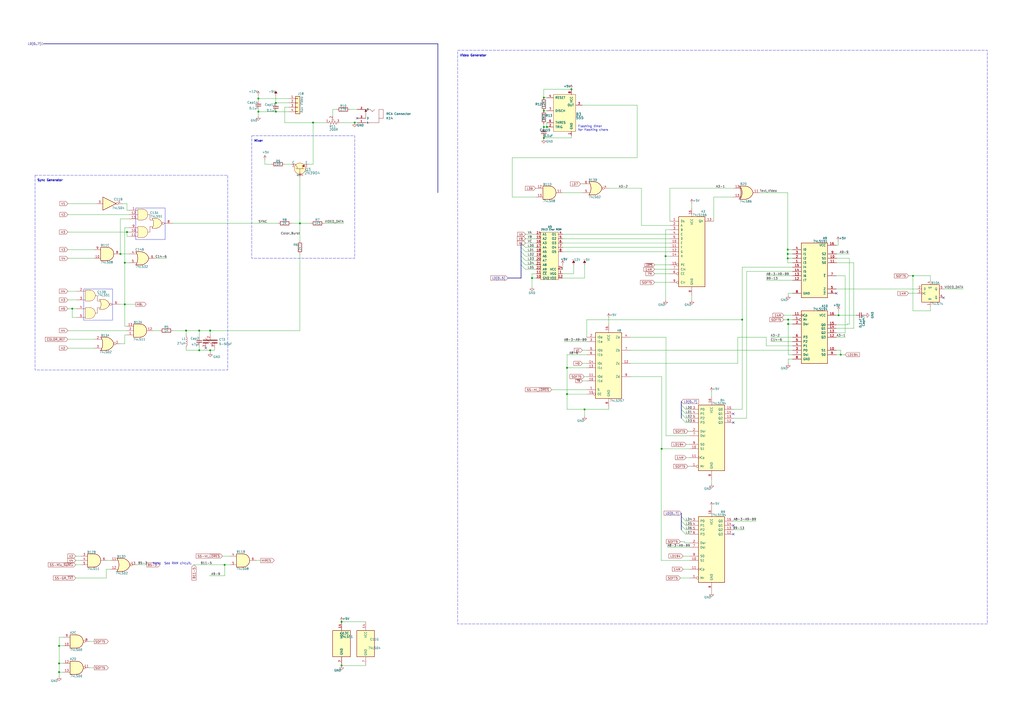
<source format=kicad_sch>
(kicad_sch (version 20230121) (generator eeschema)
  (paper "A2")
  (title_block (title "Apple II Schematic") (rev "0") (comment 1 "Captured from the Apple II Reference Manual (1979)"))
  (junction (at 486.41 182.88))
  (junction (at 115.57 203.2))
  (junction (at 315.468 73.66))
  (junction (at 115.57 191.77))
  (junction (at 457.2 185.42))
  (junction (at 149.86 57.15))
  (junction (at 173.99 129.54))
  (junction (at 121.92 203.2))
  (junction (at 430.53 185.42))
  (junction (at 69.85 147.32))
  (junction (at 315.468 80.01))
  (junction (at 205.74 71.12))
  (junction (at 328.93 213.36))
  (junction (at 34.29 384.81))
  (junction (at 529.59 160.02))
  (junction (at 456.946 144.78))
  (junction (at 149.86 64.77))
  (junction (at 456.946 147.32))
  (junction (at 339.09 237.49))
  (junction (at 181.61 71.12))
  (junction (at 308.61 161.29))
  (junction (at 457.2 187.96))
  (junction (at 198.12 386.08))
  (junction (at 41.91 179.07))
  (junction (at 73.66 134.62))
  (junction (at 107.95 191.77))
  (junction (at 198.12 360.68))
  (junction (at 315.468 56.642))
  (junction (at 34.29 389.89))
  (junction (at 160.02 64.77))
  (junction (at 72.39 152.4))
  (junction (at 317.246 73.66))
  (junction (at 331.47 51.816))
  (junction (at 160.02 59.69))
  (junction (at 34.29 374.65))
  (junction (at 386.08 148.59))
  (junction (at 383.794 260.35))
  (junction (at 315.468 64.262))
  (junction (at 456.946 149.86))
  (junction (at 72.39 176.53))
  (junction (at 487.68 205.74))
  (junction (at 328.93 228.6))
  (junction (at 130.302 327.66))
  (junction (at 121.92 191.77))
  (no_connect (at 425.45 245.11))
  (no_connect (at 207.137 68.58))
  (no_connect (at 425.45 309.88))
  (no_connect (at 425.45 304.8))
  (no_connect (at 119.38 201.93))
  (no_connect (at 425.45 240.03))
  (no_connect (at 485.14 170.18))
  (no_connect (at 547.37 172.72))
  (bus_entry (at 302.26 140.97) (size 2.54 2.54))
  (bus_entry (at 395.224 304.8) (size 2.54 2.54))
  (bus_entry (at 395.224 237.49) (size 2.54 2.54))
  (bus_entry (at 395.224 240.03) (size 2.54 2.54))
  (bus_entry (at 302.26 148.59) (size 2.54 2.54))
  (bus_entry (at 395.224 299.72) (size 2.54 2.54))
  (bus_entry (at 395.224 307.34) (size 2.54 2.54))
  (bus_entry (at 302.26 143.51) (size 2.54 2.54))
  (bus_entry (at 395.224 242.57) (size 2.54 2.54))
  (bus_entry (at 395.224 234.95) (size 2.54 2.54))
  (bus_entry (at 302.26 153.67) (size 2.54 2.54))
  (bus_entry (at 302.26 146.05) (size 2.54 2.54))
  (bus_entry (at 302.26 151.13) (size 2.54 2.54))
  (bus_entry (at 395.224 302.26) (size 2.54 2.54))
  (wire (pts (xy 485.14 203.2) (xy 487.68 203.2)))
  (wire (pts (xy 326.39 138.43) (xy 388.62 138.43)))
  (wire (pts (xy 73.66 134.62) (xy 74.93 134.62)))
  (wire (pts (xy 107.95 201.93) (xy 107.95 203.2)))
  (wire (pts (xy 173.99 129.54) (xy 173.99 139.7)))
  (wire (pts (xy 124.46 201.93) (xy 124.46 203.2)))
  (wire (pts (xy 456.946 144.78) (xy 456.946 147.32)))
  (bus (pts (xy 395.224 234.95) (xy 395.224 237.49)))
  (wire (pts (xy 486.41 182.88) (xy 485.14 182.88)))
  (bus (pts (xy 302.26 146.05) (xy 302.26 148.59)))
  (wire (pts (xy 181.61 71.12) (xy 181.61 95.25)))
  (wire (pts (xy 36.83 369.57) (xy 34.29 369.57)))
  (wire (pts (xy 487.68 205.74) (xy 485.14 205.74)))
  (wire (pts (xy 115.57 200.66) (xy 115.57 203.2)))
  (wire (pts (xy 297.18 91.44) (xy 297.18 114.3)))
  (polyline (pts (xy 95.758 138.938) (xy 95.758 120.65)))
  (wire (pts (xy 326.39 146.05) (xy 388.62 146.05)))
  (wire (pts (xy 558.8 167.64) (xy 547.37 167.64)))
  (wire (pts (xy 386.08 133.35) (xy 388.62 133.35)))
  (wire (pts (xy 304.8 138.43) (xy 311.15 138.43)))
  (wire (pts (xy 372.11 130.81) (xy 388.62 130.81)))
  (wire (pts (xy 485.14 142.24) (xy 486.156 142.24)))
  (wire (pts (xy 396.24 330.2) (xy 400.05 330.2)))
  (wire (pts (xy 353.06 109.22) (xy 372.11 109.22)))
  (wire (pts (xy 41.91 184.15) (xy 44.45 184.15)))
  (wire (pts (xy 401.32 173.99) (xy 401.32 171.45)))
  (wire (pts (xy 61.722 335.28) (xy 61.722 330.2)))
  (wire (pts (xy 179.07 95.25) (xy 181.61 95.25)))
  (wire (pts (xy 39.37 168.91) (xy 44.45 168.91)))
  (wire (pts (xy 397.764 242.57) (xy 400.05 242.57)))
  (wire (pts (xy 398.018 265.43) (xy 400.05 265.43)))
  (wire (pts (xy 485.394 147.32) (xy 492.76 147.32)))
  (wire (pts (xy 36.83 374.65) (xy 34.29 374.65)))
  (wire (pts (xy 41.91 179.07) (xy 41.91 184.15)))
  (wire (pts (xy 433.07 242.57) (xy 433.07 157.48)))
  (wire (pts (xy 430.53 154.94) (xy 430.53 185.42)))
  (wire (pts (xy 457.2 205.74) (xy 459.74 205.74)))
  (wire (pts (xy 115.57 203.2) (xy 121.92 203.2)))
  (wire (pts (xy 425.45 242.57) (xy 433.07 242.57)))
  (wire (pts (xy 438.658 302.26) (xy 425.45 302.26)))
  (wire (pts (xy 36.83 389.89) (xy 34.29 389.89)))
  (wire (pts (xy 149.86 64.77) (xy 160.02 64.77)))
  (wire (pts (xy 456.946 152.4) (xy 459.74 152.4)))
  (wire (pts (xy 173.99 191.77) (xy 121.92 191.77)))
  (wire (pts (xy 315.468 79.502) (xy 315.468 80.01)))
  (wire (pts (xy 399.034 270.51) (xy 400.05 270.51)))
  (wire (pts (xy 304.8 148.59) (xy 311.15 148.59)))
  (wire (pts (xy 456.946 144.78) (xy 459.74 144.78)))
  (wire (pts (xy 304.8 151.13) (xy 311.15 151.13)))
  (wire (pts (xy 39.37 149.86) (xy 54.61 149.86)))
  (wire (pts (xy 107.95 191.77) (xy 115.57 191.77)))
  (wire (pts (xy 121.412 334.01) (xy 130.302 334.01)))
  (wire (pts (xy 414.02 114.3) (xy 414.02 128.27)))
  (wire (pts (xy 337.82 60.96) (xy 369.57 60.96)))
  (wire (pts (xy 34.29 384.81) (xy 34.29 389.89)))
  (wire (pts (xy 457.2 208.28) (xy 459.74 208.28)))
  (wire (pts (xy 149.86 57.15) (xy 167.64 57.15)))
  (wire (pts (xy 394.716 314.198) (xy 397.256 314.198)))
  (wire (pts (xy 149.86 55.372) (xy 149.86 57.15)))
  (wire (pts (xy 397.764 307.34) (xy 400.05 307.34)))
  (wire (pts (xy 444.5 200.66) (xy 459.74 200.66)))
  (wire (pts (xy 308.61 158.75) (xy 308.61 161.29)))
  (wire (pts (xy 396.24 322.58) (xy 400.05 322.58)))
  (wire (pts (xy 317.246 71.12) (xy 317.246 73.66)))
  (wire (pts (xy 454.66 185.42) (xy 457.2 185.42)))
  (wire (pts (xy 69.85 127) (xy 74.93 127)))
  (polyline (pts (xy 48.768 167.64) (xy 65.278 167.64)))
  (wire (pts (xy 337.82 210.82) (xy 340.36 210.82)))
  (wire (pts (xy 379.73 156.21) (xy 388.62 156.21)))
  (wire (pts (xy 425.45 307.34) (xy 431.8 307.34)))
  (wire (pts (xy 401.32 118.11) (xy 401.32 120.65)))
  (bus (pts (xy 302.26 153.67) (xy 302.26 161.29)))
  (wire (pts (xy 388.62 109.22) (xy 425.45 109.22)))
  (wire (pts (xy 167.64 62.23) (xy 165.1 62.23)))
  (wire (pts (xy 72.39 176.53) (xy 72.39 189.23)))
  (bus (pts (xy 254 25.4) (xy 254 111.76)))
  (wire (pts (xy 340.36 185.42) (xy 430.53 185.42)))
  (wire (pts (xy 165.1 95.25) (xy 168.91 95.25)))
  (wire (pts (xy 310.642 109.22) (xy 311.15 109.22)))
  (wire (pts (xy 457.2 171.196) (xy 457.2 170.18)))
  (wire (pts (xy 328.93 205.74) (xy 340.36 205.74)))
  (wire (pts (xy 311.15 158.75) (xy 308.61 158.75)))
  (wire (pts (xy 115.57 191.77) (xy 121.92 191.77)))
  (wire (pts (xy 327.152 198.12) (xy 340.36 198.12)))
  (wire (pts (xy 388.62 128.27) (xy 388.62 109.22)))
  (wire (pts (xy 181.61 71.12) (xy 189.23 71.12)))
  (wire (pts (xy 379.73 153.67) (xy 388.62 153.67)))
  (bus (pts (xy 395.224 299.72) (xy 395.224 302.26)))
  (wire (pts (xy 326.39 153.67) (xy 326.39 156.21)))
  (wire (pts (xy 529.59 180.34) (xy 529.59 160.02)))
  (wire (pts (xy 398.018 257.81) (xy 400.05 257.81)))
  (wire (pts (xy 456.946 144.78) (xy 456.946 111.76)))
  (wire (pts (xy 383.794 260.35) (xy 383.54 260.35)))
  (wire (pts (xy 62.23 325.12) (xy 64.008 325.12)))
  (wire (pts (xy 457.2 187.96) (xy 457.2 205.74)))
  (wire (pts (xy 72.39 194.31) (xy 73.66 194.31)))
  (polyline (pts (xy 95.758 120.65) (xy 78.74 120.65)))
  (bus (pts (xy 395.224 232.918) (xy 395.224 234.95)))
  (wire (pts (xy 386.08 148.59) (xy 386.08 173.99)))
  (wire (pts (xy 331.47 51.816) (xy 331.47 52.324)))
  (wire (pts (xy 369.57 60.96) (xy 369.57 91.44)))
  (wire (pts (xy 454.66 182.88) (xy 459.74 182.88)))
  (wire (pts (xy 328.93 228.6) (xy 328.93 237.49)))
  (wire (pts (xy 459.74 147.32) (xy 456.946 147.32)))
  (wire (pts (xy 433.07 157.48) (xy 459.74 157.48)))
  (wire (pts (xy 337.82 220.98) (xy 340.36 220.98)))
  (wire (pts (xy 539.75 160.02) (xy 539.75 162.56)))
  (wire (pts (xy 304.8 143.51) (xy 311.15 143.51)))
  (wire (pts (xy 485.394 152.4) (xy 495.3 152.4)))
  (wire (pts (xy 187.96 129.54) (xy 199.39 129.54)))
  (wire (pts (xy 153.67 92.71) (xy 153.67 95.25)))
  (wire (pts (xy 444.5 160.02) (xy 459.74 160.02)))
  (wire (pts (xy 328.93 228.6) (xy 340.36 228.6)))
  (wire (pts (xy 160.02 55.372) (xy 160.02 59.69)))
  (wire (pts (xy 457.2 185.42) (xy 457.2 187.96)))
  (wire (pts (xy 69.85 127) (xy 69.85 147.32)))
  (wire (pts (xy 456.946 149.86) (xy 459.74 149.86)))
  (wire (pts (xy 430.53 237.49) (xy 425.45 237.49)))
  (wire (pts (xy 326.39 111.76) (xy 337.82 111.76)))
  (wire (pts (xy 539.75 177.8) (xy 539.75 180.34)))
  (wire (pts (xy 383.794 218.44) (xy 383.794 260.35)))
  (wire (pts (xy 173.99 102.87) (xy 173.99 129.54)))
  (wire (pts (xy 69.85 176.53) (xy 72.39 176.53)))
  (wire (pts (xy 160.02 64.77) (xy 167.64 64.77)))
  (wire (pts (xy 34.29 369.57) (xy 34.29 374.65)))
  (wire (pts (xy 444.5 162.56) (xy 459.74 162.56)))
  (wire (pts (xy 100.33 129.54) (xy 161.29 129.54)))
  (bus (pts (xy 25.4 25.4) (xy 254 25.4)))
  (bus (pts (xy 395.224 297.688) (xy 395.224 299.72)))
  (wire (pts (xy 490.22 160.02) (xy 490.22 193.04)))
  (polyline (pts (xy 78.74 120.65) (xy 78.74 138.938)))
  (wire (pts (xy 61.722 330.2) (xy 64.008 330.2)))
  (wire (pts (xy 457.2 187.96) (xy 459.74 187.96)))
  (bus (pts (xy 395.224 302.26) (xy 395.224 304.8)))
  (wire (pts (xy 328.93 213.36) (xy 328.93 228.6)))
  (wire (pts (xy 160.02 59.69) (xy 167.64 59.69)))
  (wire (pts (xy 153.67 95.25) (xy 157.48 95.25)))
  (wire (pts (xy 490.22 193.04) (xy 485.14 193.04)))
  (wire (pts (xy 205.74 71.12) (xy 207.137 71.12)))
  (wire (pts (xy 121.92 203.2) (xy 121.92 204.47)))
  (wire (pts (xy 539.75 180.34) (xy 529.59 180.34)))
  (wire (pts (xy 386.334 195.58) (xy 386.334 252.73)))
  (wire (pts (xy 485.14 167.64) (xy 532.13 167.64)))
  (wire (pts (xy 149.86 64.77) (xy 149.86 67.31)))
  (wire (pts (xy 457.2 185.42) (xy 459.74 185.42)))
  (wire (pts (xy 195.326 63.5) (xy 193.04 63.5)))
  (wire (pts (xy 308.61 161.29) (xy 311.15 161.29)))
  (wire (pts (xy 386.334 252.73) (xy 400.05 252.73)))
  (wire (pts (xy 383.54 260.35) (xy 383.54 325.12)))
  (wire (pts (xy 71.12 118.11) (xy 73.66 118.11)))
  (wire (pts (xy 72.39 189.23) (xy 73.66 189.23)))
  (wire (pts (xy 73.66 121.92) (xy 74.93 121.92)))
  (wire (pts (xy 365.76 210.82) (xy 427.99 210.82)))
  (wire (pts (xy 397.764 304.8) (xy 400.05 304.8)))
  (wire (pts (xy 353.06 184.404) (xy 353.06 187.96)))
  (wire (pts (xy 43.942 325.12) (xy 46.99 325.12)))
  (polyline (pts (xy 48.514 185.674) (xy 48.514 167.64)))
  (wire (pts (xy 69.85 147.32) (xy 74.93 147.32)))
  (wire (pts (xy 39.37 191.77) (xy 73.66 191.77)))
  (wire (pts (xy 412.75 278.13) (xy 412.75 280.67)))
  (wire (pts (xy 72.39 132.08) (xy 72.39 152.4)))
  (wire (pts (xy 340.36 195.58) (xy 340.36 185.42)))
  (wire (pts (xy 490.474 195.58) (xy 485.14 195.58)))
  (wire (pts (xy 369.57 91.44) (xy 297.18 91.44)))
  (wire (pts (xy 397.256 314.96) (xy 400.05 314.96)))
  (wire (pts (xy 338.836 218.44) (xy 340.36 218.44)))
  (bus (pts (xy 302.26 148.59) (xy 302.26 151.13)))
  (wire (pts (xy 72.39 199.39) (xy 72.39 194.31)))
  (wire (pts (xy 486.41 180.34) (xy 486.41 182.88)))
  (wire (pts (xy 440.69 111.76) (xy 456.946 111.76)))
  (wire (pts (xy 308.61 161.29) (xy 308.61 166.37)))
  (wire (pts (xy 328.93 237.49) (xy 339.09 237.49)))
  (wire (pts (xy 447.04 198.12) (xy 459.74 198.12)))
  (wire (pts (xy 491.49 187.96) (xy 491.49 188.468)))
  (wire (pts (xy 107.95 191.77) (xy 107.95 194.31)))
  (wire (pts (xy 427.99 210.82) (xy 427.99 195.58)))
  (wire (pts (xy 386.08 148.59) (xy 388.62 148.59)))
  (wire (pts (xy 115.57 191.77) (xy 115.57 195.58)))
  (wire (pts (xy 400.05 325.12) (xy 383.54 325.12)))
  (wire (pts (xy 379.73 163.83) (xy 388.62 163.83)))
  (wire (pts (xy 90.17 149.86) (xy 96.774 149.86)))
  (wire (pts (xy 492.76 187.96) (xy 491.49 187.96)))
  (wire (pts (xy 372.11 109.22) (xy 372.11 130.81)))
  (wire (pts (xy 315.468 73.66) (xy 315.468 71.882)))
  (wire (pts (xy 400.05 260.35) (xy 383.794 260.35)))
  (wire (pts (xy 332.74 158.75) (xy 332.74 153.67)))
  (bus (pts (xy 294.64 161.29) (xy 302.26 161.29)))
  (wire (pts (xy 54.61 372.11) (xy 52.07 372.11)))
  (wire (pts (xy 397.764 309.88) (xy 400.05 309.88)))
  (wire (pts (xy 527.05 160.02) (xy 529.59 160.02)))
  (wire (pts (xy 527.05 170.18) (xy 532.13 170.18)))
  (wire (pts (xy 304.8 153.67) (xy 311.15 153.67)))
  (wire (pts (xy 165.1 62.23) (xy 165.1 71.12)))
  (wire (pts (xy 317.246 73.66) (xy 315.468 73.66)))
  (wire (pts (xy 39.37 144.78) (xy 54.61 144.78)))
  (wire (pts (xy 430.53 154.94) (xy 459.74 154.94)))
  (wire (pts (xy 397.764 237.49) (xy 400.05 237.49)))
  (wire (pts (xy 39.37 124.46) (xy 74.93 124.46)))
  (wire (pts (xy 430.53 185.42) (xy 430.53 237.49)))
  (wire (pts (xy 73.66 134.62) (xy 73.66 137.16)))
  (wire (pts (xy 339.09 161.29) (xy 339.09 153.67)))
  (wire (pts (xy 328.93 205.74) (xy 328.93 213.36)))
  (wire (pts (xy 69.85 199.39) (xy 72.39 199.39)))
  (wire (pts (xy 412.75 227.33) (xy 412.75 229.87)))
  (wire (pts (xy 427.99 195.58) (xy 444.5 195.58)))
  (wire (pts (xy 414.02 114.3) (xy 425.45 114.3)))
  (polyline (pts (xy 78.74 138.938) (xy 95.758 138.938)))
  (wire (pts (xy 149.86 63.5) (xy 149.86 64.77)))
  (wire (pts (xy 365.76 218.44) (xy 383.794 218.44)))
  (wire (pts (xy 353.06 237.49) (xy 353.06 236.22)))
  (wire (pts (xy 43.942 335.28) (xy 61.722 335.28)))
  (wire (pts (xy 397.764 240.03) (xy 400.05 240.03)))
  (wire (pts (xy 72.39 176.53) (xy 78.74 176.53)))
  (bus (pts (xy 395.224 237.49) (xy 395.224 240.03)))
  (wire (pts (xy 39.37 196.85) (xy 54.61 196.85)))
  (wire (pts (xy 79.248 327.66) (xy 85.09 327.66)))
  (wire (pts (xy 336.804 106.68) (xy 337.82 106.68)))
  (wire (pts (xy 444.5 195.58) (xy 444.5 200.66)))
  (wire (pts (xy 72.39 132.08) (xy 74.93 132.08)))
  (wire (pts (xy 315.468 56.642) (xy 317.246 56.642)))
  (wire (pts (xy 202.946 63.5) (xy 207.137 63.5)))
  (wire (pts (xy 315.468 74.422) (xy 315.468 73.66)))
  (wire (pts (xy 43.942 327.66) (xy 46.99 327.66)))
  (wire (pts (xy 304.8 135.89) (xy 311.15 135.89)))
  (wire (pts (xy 129.032 322.58) (xy 133.35 322.58)))
  (wire (pts (xy 34.29 374.65) (xy 34.29 384.81)))
  (wire (pts (xy 457.2 210.82) (xy 457.2 208.28)))
  (wire (pts (xy 149.86 57.15) (xy 149.86 58.42)))
  (wire (pts (xy 331.47 80.01) (xy 331.47 78.74)))
  (wire (pts (xy 486.41 182.88) (xy 496.57 182.88)))
  (wire (pts (xy 43.942 322.58) (xy 46.99 322.58)))
  (bus (pts (xy 302.26 151.13) (xy 302.26 153.67)))
  (wire (pts (xy 304.8 146.05) (xy 311.15 146.05)))
  (wire (pts (xy 326.39 158.75) (xy 332.74 158.75)))
  (wire (pts (xy 39.37 173.99) (xy 44.45 173.99)))
  (wire (pts (xy 34.29 389.89) (xy 34.29 392.43)))
  (wire (pts (xy 456.946 149.86) (xy 456.946 152.4)))
  (wire (pts (xy 124.46 203.2) (xy 121.92 203.2)))
  (wire (pts (xy 196.85 71.12) (xy 205.74 71.12)))
  (wire (pts (xy 457.2 170.18) (xy 459.74 170.18)))
  (wire (pts (xy 168.91 129.54) (xy 173.99 129.54)))
  (wire (pts (xy 485.14 160.02) (xy 490.22 160.02)))
  (wire (pts (xy 379.73 158.75) (xy 388.62 158.75)))
  (wire (pts (xy 72.39 152.4) (xy 72.39 176.53)))
  (wire (pts (xy 41.91 179.07) (xy 44.45 179.07)))
  (wire (pts (xy 112.522 327.66) (xy 130.302 327.66)))
  (wire (pts (xy 304.8 156.21) (xy 311.15 156.21)))
  (wire (pts (xy 193.04 63.5) (xy 193.04 67.31)))
  (wire (pts (xy 487.68 203.2) (xy 487.68 205.74)))
  (wire (pts (xy 397.764 302.26) (xy 400.05 302.26)))
  (wire (pts (xy 365.76 203.2) (xy 459.74 203.2)))
  (wire (pts (xy 492.76 149.86) (xy 492.76 187.96)))
  (wire (pts (xy 397.256 314.198) (xy 397.256 314.96)))
  (wire (pts (xy 173.99 129.54) (xy 180.34 129.54)))
  (polyline (pts (xy 65.278 185.674) (xy 48.514 185.674)))
  (wire (pts (xy 328.93 213.36) (xy 340.36 213.36)))
  (wire (pts (xy 198.12 360.68) (xy 212.09 360.68)))
  (wire (pts (xy 39.37 179.07) (xy 41.91 179.07)))
  (wire (pts (xy 412.75 343.662) (xy 412.75 342.9)))
  (wire (pts (xy 88.9 191.77) (xy 92.71 191.77)))
  (wire (pts (xy 447.04 195.58) (xy 459.74 195.58)))
  (wire (pts (xy 529.59 160.02) (xy 539.75 160.02)))
  (wire (pts (xy 315.468 80.01) (xy 331.47 80.01)))
  (wire (pts (xy 495.3 152.4) (xy 495.3 190.5)))
  (wire (pts (xy 337.82 203.2) (xy 340.36 203.2)))
  (wire (pts (xy 39.37 118.11) (xy 55.88 118.11)))
  (wire (pts (xy 320.04 226.06) (xy 340.36 226.06)))
  (wire (pts (xy 490.22 205.74) (xy 487.68 205.74)))
  (wire (pts (xy 485.394 149.86) (xy 492.76 149.86)))
  (wire (pts (xy 72.39 152.4) (xy 74.93 152.4)))
  (wire (pts (xy 365.76 195.58) (xy 386.334 195.58)))
  (bus (pts (xy 302.26 143.51) (xy 302.26 146.05)))
  (wire (pts (xy 386.08 148.59) (xy 386.08 133.35)))
  (wire (pts (xy 198.12 386.08) (xy 212.09 386.08)))
  (wire (pts (xy 130.302 327.66) (xy 130.302 334.01)))
  (wire (pts (xy 73.66 118.11) (xy 73.66 121.92)))
  (wire (pts (xy 36.83 384.81) (xy 34.29 384.81)))
  (wire (pts (xy 315.468 51.816) (xy 315.468 56.642)))
  (bus (pts (xy 395.224 240.03) (xy 395.224 242.57)))
  (wire (pts (xy 173.99 147.32) (xy 173.99 191.77)))
  (wire (pts (xy 456.946 147.32) (xy 456.946 149.86)))
  (wire (pts (xy 326.39 135.89) (xy 388.62 135.89)))
  (wire (pts (xy 165.1 71.12) (xy 181.61 71.12)))
  (wire (pts (xy 315.468 64.262) (xy 317.246 64.262)))
  (wire (pts (xy 39.37 201.93) (xy 54.61 201.93)))
  (bus (pts (xy 302.26 140.97) (xy 302.26 143.51)))
  (wire (pts (xy 397.764 245.11) (xy 400.05 245.11)))
  (wire (pts (xy 486.156 142.24) (xy 486.156 139.954)))
  (wire (pts (xy 339.09 237.49) (xy 339.09 241.3)))
  (wire (pts (xy 399.034 250.19) (xy 400.05 250.19)))
  (wire (pts (xy 412.75 293.878) (xy 412.75 294.64)))
  (wire (pts (xy 100.33 191.77) (xy 107.95 191.77)))
  (wire (pts (xy 491.49 188.468) (xy 485.14 188.468)))
  (wire (pts (xy 130.302 327.66) (xy 133.35 327.66)))
  (wire (pts (xy 326.39 161.29) (xy 339.09 161.29)))
  (wire (pts (xy 387.096 317.5) (xy 400.05 317.5)))
  (wire (pts (xy 339.09 237.49) (xy 353.06 237.49)))
  (wire (pts (xy 315.468 80.01) (xy 315.468 80.518)))
  (wire (pts (xy 54.61 387.35) (xy 52.07 387.35)))
  (wire (pts (xy 326.39 140.97) (xy 388.62 140.97)))
  (polyline (pts (xy 65.278 167.64) (xy 65.278 185.674)))
  (wire (pts (xy 39.37 134.62) (xy 73.66 134.62)))
  (wire (pts (xy 315.468 51.816) (xy 331.47 51.816)))
  (wire (pts (xy 151.13 325.12) (xy 148.59 325.12)))
  (wire (pts (xy 394.716 335.28) (xy 400.05 335.28)))
  (wire (pts (xy 297.18 114.3) (xy 311.15 114.3)))
  (wire (pts (xy 74.93 137.16) (xy 73.66 137.16)))
  (wire (pts (xy 107.95 203.2) (xy 115.57 203.2)))
  (wire (pts (xy 485.14 190.5) (xy 495.3 190.5)))
  (wire (pts (xy 121.92 194.31) (xy 121.92 191.77)))
  (wire (pts (xy 304.8 140.97) (xy 311.15 140.97)))
  (wire (pts (xy 326.39 143.51) (xy 388.62 143.51)))
  (bus (pts (xy 395.224 304.8) (xy 395.224 307.34)))
  (rectangle (start 20.32 101.6) (end 132.08 214.63) (stroke (width 0) (type dash)))
  (rectangle (start 146.05 78.74) (end 205.74 149.86) (stroke (width 0) (type dash)))
  (rectangle (start 265.43 29.21) (end 572.77 361.95) (stroke (width 0) (type dash)))
  (text "Flashing timer\nfor flashing chars" (at 335.28 76.2 0) (effects (font (size 1.27 1.27)) (justify left bottom)))
  (text "Note:  See RAM circuit." (at 88.392 327.66 0) (effects (font (size 1.27 1.27)) (justify left bottom)))
  (text "Sync Generator" (at 21.59 105.41 0) (effects (font (size 1.27 1.27) bold) (justify left bottom)))
  (text "Mixer" (at 147.32 82.55 0) (effects (font (size 1.27 1.27) bold) (justify left bottom)))
  (text "Video Generator" (at 266.7 33.02 0) (effects (font (size 1.27 1.27) bold) (justify left bottom)))
  (label "LD0" (at 397.764 237.49 0))
  (label "LD6" (at 397.764 307.34 0))
  (label "B9-13" (at 444.5 162.56 0))
  (label "A8-3-A9-B9" (at 387.096 317.5 0))
  (label "A3-1" (at 415.29 109.22 0))
  (label "A8-3-A9-B9" (at 444.5 160.02 0))
  (label "Color_Burst" (at 173.99 136.398 180))
  (label "A8-3-A9-B9" (at 438.658 302.26 180))
  (label "VB" (at 306.07 138.43 0))
  (label "VC" (at 306.07 140.97 0))
  (label "LD1" (at 397.764 240.03 0))
  (label "B9-13" (at 431.8 307.34 180))
  (label "LD4" (at 306.07 153.67 0))
  (label "LD5" (at 306.07 156.21 0))
  (label "LD1" (at 306.07 146.05 0))
  (label "LD4" (at 397.764 302.26 0))
  (label "A3-2" (at 447.04 195.58 0))
  (label "B11-5" (at 116.332 327.66 0))
  (label "A9-9" (at 492.252 147.32 180))
  (label "VIDEO_DATA" (at 199.39 129.54 180))
  (label "A8-6" (at 330.2 205.74 0))
  (label "LD2" (at 306.07 148.59 0))
  (label "Text_Video" (at 440.69 111.76 0))
  (label "A8-3-A9-B9" (at 327.152 198.12 0))
  (label "A9-9" (at 127.762 334.01 180))
  (label "A3-1" (at 490.474 195.58 180))
  (label "C14-6" (at 96.774 149.86 180))
  (label "C14-6" (at 447.04 198.12 0))
  (label "LD3" (at 397.764 245.11 0))
  (label "A3-2" (at 358.902 109.22 0))
  (label "VA" (at 306.07 135.89 0))
  (label "LD2" (at 397.764 242.57 0))
  (label "SYNC" (at 149.86 129.54 0))
  (label "LD0" (at 306.07 143.51 0))
  (label "LD3" (at 306.07 151.13 0))
  (label "LD5" (at 397.764 304.8 0))
  (label "B5-3" (at 80.01 327.66 0))
  (label "LD7" (at 397.764 309.88 0))
  (label "VIDEO_DATA" (at 558.8 167.64 180))
  (global_label "H3" (shape input) (at 39.37 173.99 180) (property "Intersheetrefs" "${INTERSHEET_REFS}" (effects hide)))
  (global_label "14M" (shape input) (at 379.73 156.21 180) (property "Intersheetrefs" "${INTERSHEET_REFS}" (effects hide)))
  (global_label "V4" (shape input) (at 39.37 149.86 180) (property "Intersheetrefs" "${INTERSHEET_REFS}" (effects hide)))
  (global_label "B5-3" (shape output) (at 85.09 327.66 0) (property "Intersheetrefs" "${INTERSHEET_REFS}" (effects hide)))
  (global_label "LD194" (shape input) (at 490.22 205.74 0) (property "Intersheetrefs" "${INTERSHEET_REFS}" (effects hide)))
  (global_label "B11-5" (shape input) (at 112.522 327.66 270) (property "Intersheetrefs" "${INTERSHEET_REFS}" (effects hide)))
  (global_label "SOFT5" (shape input) (at 338.836 218.44 180) (property "Intersheetrefs" "${INTERSHEET_REFS}" (effects hide)))
  (global_label "SS-HI_~{LORES}" (shape input) (at 129.032 322.58 180) (property "Intersheetrefs" "${INTERSHEET_REFS}" (effects hide)))
  (global_label "LD[0..5]" (shape input) (at 294.64 161.29 180) (property "Intersheetrefs" "${INTERSHEET_REFS}" (effects hide)))
  (global_label "7M" (shape input) (at 379.73 158.75 180) (property "Intersheetrefs" "${INTERSHEET_REFS}" (effects hide)))
  (global_label "14M" (shape input) (at 527.05 170.18 180) (property "Intersheetrefs" "${INTERSHEET_REFS}" (effects hide)))
  (global_label "SOFT5" (shape input) (at 394.716 314.198 180) (property "Intersheetrefs" "${INTERSHEET_REFS}" (effects hide)))
  (global_label "VC" (shape input) (at 337.82 203.2 180) (property "Intersheetrefs" "${INTERSHEET_REFS}" (effects hide)))
  (global_label "SS-Mix_~{NoMix}" (shape input) (at 43.942 327.66 180) (property "Intersheetrefs" "${INTERSHEET_REFS}" (effects hide)))
  (global_label "H2" (shape input) (at 39.37 201.93 180) (property "Intersheetrefs" "${INTERSHEET_REFS}" (effects hide)))
  (global_label "14M" (shape input) (at 454.66 182.88 180) (property "Intersheetrefs" "${INTERSHEET_REFS}" (effects hide)))
  (global_label "14M" (shape input) (at 396.24 330.2 180) (property "Intersheetrefs" "${INTERSHEET_REFS}" (effects hide)))
  (global_label "H5" (shape input) (at 39.37 179.07 180) (property "Intersheetrefs" "${INTERSHEET_REFS}" (effects hide)))
  (global_label "V3" (shape input) (at 39.37 144.78 180) (property "Intersheetrefs" "${INTERSHEET_REFS}" (effects hide)))
  (global_label "VB" (shape input) (at 304.8227 138.43 180) (property "Intersheetrefs" "${INTERSHEET_REFS}" (effects hide)))
  (global_label "HIRES" (shape output) (at 151.13 325.12 0) (property "Intersheetrefs" "${INTERSHEET_REFS}" (effects hide)))
  (global_label "SS-GR_~{TXT}" (shape input) (at 43.942 335.28 180) (property "Intersheetrefs" "${INTERSHEET_REFS}" (effects hide)))
  (global_label "LD194" (shape input) (at 398.018 257.81 180) (property "Intersheetrefs" "${INTERSHEET_REFS}" (effects hide)))
  (global_label "V2" (shape input) (at 39.37 124.46 180) (property "Intersheetrefs" "${INTERSHEET_REFS}" (effects hide)))
  (global_label "COLOR_REF" (shape input) (at 39.37 196.85 180) (property "Intersheetrefs" "${INTERSHEET_REFS}" (effects hide)))
  (global_label "H4" (shape input) (at 39.37 168.91 180) (property "Intersheetrefs" "${INTERSHEET_REFS}" (effects hide)))
  (global_label "V1" (shape input) (at 39.37 118.11 180) (property "Intersheetrefs" "${INTERSHEET_REFS}" (effects hide)))
  (global_label "SOFT5" (shape input) (at 379.73 163.83 180) (property "Intersheetrefs" "${INTERSHEET_REFS}" (effects hide)))
  (global_label "VA" (shape input) (at 304.8227 135.89 180) (property "Intersheetrefs" "${INTERSHEET_REFS}" (effects hide)))
  (global_label "V2" (shape input) (at 43.942 322.58 180) (property "Intersheetrefs" "${INTERSHEET_REFS}" (effects hide)))
  (global_label "SOFT5" (shape input) (at 394.716 335.28 180) (property "Intersheetrefs" "${INTERSHEET_REFS}" (effects hide)))
  (global_label "~{7M}" (shape input) (at 337.82 220.98 180) (effects (font (size 0.9906 0.9906))) (property "Intersheetrefs" "${INTERSHEET_REFS}" (effects hide)))
  (global_label "LD[0..7]" (shape input) (at 395.224 232.918 0) (property "Intersheetrefs" "${INTERSHEET_REFS}" (effects hide)))
  (global_label "LD6" (shape input) (at 310.642 109.22 180) (property "Intersheetrefs" "${INTERSHEET_REFS}" (effects hide)))
  (global_label "H4" (shape input) (at 39.37 191.77 180) (property "Intersheetrefs" "${INTERSHEET_REFS}" (effects hide)))
  (global_label "V4" (shape input) (at 43.942 325.12 180) (property "Intersheetrefs" "${INTERSHEET_REFS}" (effects hide)))
  (global_label "14M" (shape input) (at 398.018 265.43 180) (property "Intersheetrefs" "${INTERSHEET_REFS}" (effects hide)))
  (global_label "HBL" (shape output) (at 78.74 176.53 0) (property "Intersheetrefs" "${INTERSHEET_REFS}" (effects hide)))
  (global_label "LD7" (shape input) (at 336.804 106.68 180) (property "Intersheetrefs" "${INTERSHEET_REFS}" (effects hide)))
  (global_label "LD[0..7]" (shape input) (at 395.224 297.688 180) (property "Intersheetrefs" "${INTERSHEET_REFS}" (effects hide)))
  (global_label "SOFT5" (shape input) (at 399.034 270.51 180) (property "Intersheetrefs" "${INTERSHEET_REFS}" (effects hide)))
  (global_label "LD194" (shape input) (at 396.24 322.58 180) (property "Intersheetrefs" "${INTERSHEET_REFS}" (effects hide)))
  (global_label "VC" (shape input) (at 304.8227 140.97 180) (property "Intersheetrefs" "${INTERSHEET_REFS}" (effects hide)))
  (global_label "~{LDPS}" (shape input) (at 379.73 153.67 180) (effects (font (size 0.9906 0.9906))) (property "Intersheetrefs" "${INTERSHEET_REFS}" (effects hide)))
  (global_label "SS-HI_~{LORES}" (shape input) (at 320.04 226.06 180) (property "Intersheetrefs" "${INTERSHEET_REFS}" (effects hide)))
  (global_label "SOFT5" (shape input) (at 454.66 185.42 180) (property "Intersheetrefs" "${INTERSHEET_REFS}" (effects hide)))
  (global_label "H0" (shape input) (at 337.82 210.82 180) (property "Intersheetrefs" "${INTERSHEET_REFS}" (effects hide)))
  (global_label "SOFT5" (shape input) (at 527.05 160.02 180) (property "Intersheetrefs" "${INTERSHEET_REFS}" (effects hide)))
  (global_label "H3" (shape input) (at 39.37 134.62 180) (property "Intersheetrefs" "${INTERSHEET_REFS}" (effects hide)))
  (global_label "SOFT5" (shape input) (at 399.034 250.19 180) (property "Intersheetrefs" "${INTERSHEET_REFS}" (effects hide)))
  (global_label "SOFT5" (shape output) (at 54.61 387.35 0) (property "Intersheetrefs" "${INTERSHEET_REFS}" (effects hide)))
  (global_label "SOFT5" (shape output) (at 54.61 372.11 0) (property "Intersheetrefs" "${INTERSHEET_REFS}" (effects hide)))
  (hierarchical_label "LD[0..7]" (shape input) (at 25.4 25.4 180))
  (symbol (lib_id "74xx:74LS00") (at 44.45 372.11 0) (unit 3)
    (property "Reference" "A2" (at 42.418 367.03 0))
    (property "Value" "74LS00" (at 44.196 376.936 0))
    (property "Footprint" "Package_DIP:DIP-14_W7.62mm" (effects hide))
    (property "Datasheet" "http://www.ti.com/lit/gpn/sn74ls00" (effects hide))
  )
  (symbol (lib_id "74xx:74LS00") (at 44.45 387.35 0) (unit 4)
    (property "Reference" "A2" (at 42.418 382.27 0))
    (property "Value" "74LS00" (at 44.196 392.176 0))
    (property "Footprint" "Package_DIP:DIP-14_W7.62mm" (effects hide))
    (property "Datasheet" "http://www.ti.com/lit/gpn/sn74ls00" (effects hide))
  )
  (symbol (lib_id "power:+5V") (at 401.32 118.11 0) (unit 1)
    (property "Reference" "#PWR0301" (effects hide))
    (property "Value" "+5V" (at 403.86 116.332 0))
  )
  (symbol (lib_id "AppleII+:2513") (at 318.77 140.97 0) (unit 1)
    (property "Reference" "A5" (at 319.024 131.572 0))
    (property "Value" "2513 Char ROM" (at 319.786 133.096 0) (effects (font (size 0.9906 0.9906))))
    (property "Footprint" "Package_DIP:DIP-24_W15.24mm" (effects hide))
  )
  (symbol (lib_id "power:GND") (at 308.61 166.37 0) (unit 1)
    (property "Reference" "#PWR0302" (effects hide))
    (property "Value" "GND" (at 308.61 169.926 0))
  )
  (symbol (lib_id "power:-5V") (at 339.09 153.67 0) (unit 1)
    (property "Reference" "#PWR0303" (effects hide))
    (property "Value" "-5V" (at 340.106 150.622 0))
  )
  (symbol (lib_id "power:-12V") (at 332.74 153.67 0) (unit 1)
    (property "Reference" "#PWR0304" (effects hide))
    (property "Value" "-12V" (at 334.01 150.622 0))
  )
  (symbol (lib_id "power:+5V") (at 326.39 153.67 0) (unit 1)
    (property "Reference" "#PWR0305" (effects hide))
    (property "Value" "+5V" (at 327.152 150.368 0))
  )
  (symbol (lib_id "power:GND") (at 386.08 173.99 0) (unit 1)
    (property "Reference" "#PWR0306" (effects hide))
    (property "Value" "GND" (at 383.794 176.784 0))
  )
  (symbol (lib_id "power:GND") (at 401.32 173.99 0) (unit 1)
    (property "Reference" "#PWR0307" (effects hide))
    (property "Value" "GND" (at 399.034 176.784 0))
  )
  (symbol (lib_id "AppleII+:74LS151") (at 472.44 152.4 0) (unit 1)
    (property "Reference" "A9" (at 479.806 138.176 0) (effects (justify right)))
    (property "Value" "74LS151" (at 480.06 139.954 0) (effects (justify right)))
    (property "Footprint" "Package_DIP:DIP-16_W7.62mm" (effects hide))
    (property "Datasheet" "http://www.ti.com/lit/gpn/sn74LS151" (effects hide))
  )
  (symbol (lib_id "AppleII+:74LS194") (at 472.44 193.04 0) (unit 1)
    (property "Reference" "A10" (at 480.314 177.546 0) (effects (justify right)))
    (property "Value" "74LS194" (at 480.06 179.324 0) (effects (justify right)))
    (property "Footprint" "Package_DIP:DIP-16_W7.62mm" (effects hide))
    (property "Datasheet" "http://www.ti.com/lit/gpn/sn74LS194" (effects hide))
  )
  (symbol (lib_id "power:GND") (at 339.09 241.3 0) (unit 1)
    (property "Reference" "#PWR0308" (effects hide))
    (property "Value" "GND" (at 336.804 244.094 0))
  )
  (symbol (lib_id "power:GND") (at 412.75 280.67 0) (unit 1)
    (property "Reference" "#PWR0309" (effects hide))
    (property "Value" "GND" (at 410.464 283.464 0))
  )
  (symbol (lib_id "power:GND") (at 457.2 210.82 0) (unit 1)
    (property "Reference" "#PWR0310" (effects hide))
    (property "Value" "GND" (at 454.914 213.614 0))
  )
  (symbol (lib_id "power:GND") (at 457.2 171.196 0) (unit 1)
    (property "Reference" "#PWR0311" (effects hide))
    (property "Value" "GND" (at 454.914 173.99 0))
  )
  (symbol (lib_id "power:+5V") (at 353.06 184.404 0) (unit 1)
    (property "Reference" "#PWR0312" (effects hide))
    (property "Value" "+5V" (at 355.6 182.626 0))
  )
  (symbol (lib_id "power:+5V") (at 412.75 227.33 0) (unit 1)
    (property "Reference" "#PWR0313" (effects hide))
    (property "Value" "+5V" (at 415.29 225.552 0))
  )
  (symbol (lib_id "Device:R") (at 96.52 191.77 90) (unit 1)
    (property "Reference" "R5" (at 96.52 189.738 90))
    (property "Value" "1K" (at 96.52 191.77 90))
    (property "Footprint" "Apple-II:R_Axial_DIN0207_L6.3mm_D2.5mm_P10.16mm_Horizontal" (effects hide))
  )
  (symbol (lib_id "Device:L") (at 107.95 198.12 0) (unit 1)
    (property "Reference" "L1" (at 105.41 196.596 0) (effects (justify left)))
    (property "Value" "27uH" (at 102.616 199.136 0) (effects (justify left)))
    (property "Footprint" "Inductor_THT:L_Axial_L7.0mm_D3.3mm_P12.70mm_Horizontal_Fastron_MICC" (effects hide))
  )
  (symbol (lib_id "Device:C_Small") (at 115.57 198.12 0) (unit 1)
    (property "Reference" "Cap2" (at 110.49 196.342 0) (effects (justify left)))
    (property "Value" "47pf" (at 110.998 199.898 0) (effects (justify left)))
    (property "Footprint" "Capacitor_THT:C_Disc_D7.0mm_W2.5mm_P5.00mm" (effects hide))
  )
  (symbol (lib_id "power:GND") (at 121.92 204.47 0) (unit 1)
    (property "Reference" "#PWR0293" (effects hide))
    (property "Value" "GND" (at 125.73 207.01 0))
  )
  (symbol (lib_id "74xx:74LS11") (at 54.61 325.12 0) (unit 2)
    (property "Reference" "B12" (at 53.086 320.294 0))
    (property "Value" "74LS11" (at 54.102 329.946 0))
    (property "Footprint" "Package_DIP:DIP-14_W7.62mm" (effects hide))
    (property "Datasheet" "http://www.ti.com/lit/gpn/sn74LS11" (effects hide))
  )
  (symbol (lib_id "74xx:74LS02") (at 71.628 327.66 0) (unit 4)
    (property "Reference" "B13" (at 70.358 322.834 0))
    (property "Value" "74LS02" (at 70.612 332.486 0))
    (property "Footprint" "Package_DIP:DIP-14_W7.62mm" (effects hide))
    (property "Datasheet" "http://www.ti.com/lit/gpn/sn74ls02" (effects hide))
  )
  (symbol (lib_id "74xx:74LS08") (at 140.97 325.12 0) (unit 2)
    (property "Reference" "B11" (at 139.7 320.04 0))
    (property "Value" "74LS08" (at 140.716 329.946 0))
    (property "Footprint" "Package_DIP:DIP-14_W7.62mm" (effects hide))
    (property "Datasheet" "http://www.ti.com/lit/gpn/sn74LS08" (effects hide))
  )
  (symbol (lib_id "74xx:74LS166") (at 401.32 146.05 0) (unit 1)
    (property "Reference" "A3" (at 406.654 122.682 0) (effects (justify left)))
    (property "Value" "74LS166" (at 401.574 124.714 0) (effects (justify left)))
    (property "Footprint" "Package_DIP:DIP-16_W7.62mm" (effects hide))
    (property "Datasheet" "http://www.ti.com/lit/gpn/sn74LS166" (effects hide))
  )
  (symbol (lib_id "74xx:74LS02") (at 345.44 109.22 0) (mirror x) (unit 2)
    (property "Reference" "B13" (at 343.916 104.394 0))
    (property "Value" "74LS02" (at 344.932 114.3 0))
    (property "Footprint" "Package_DIP:DIP-14_W7.62mm" (effects hide))
    (property "Datasheet" "http://www.ti.com/lit/gpn/sn74ls02" (effects hide))
  )
  (symbol (lib_id "74xx:74LS08") (at 318.77 111.76 0) (unit 4)
    (property "Reference" "B11" (at 317.5 106.934 0))
    (property "Value" "74LS08" (at 318.516 116.586 0))
    (property "Footprint" "Package_DIP:DIP-14_W7.62mm" (effects hide))
    (property "Datasheet" "http://www.ti.com/lit/gpn/sn74LS08" (effects hide))
  )
  (symbol (lib_id "74xx:74LS86") (at 433.07 111.76 0) (unit 4)
    (property "Reference" "B2" (at 431.292 106.68 0))
    (property "Value" "74LS86" (at 432.562 116.84 0))
    (property "Footprint" "Package_DIP:DIP-14_W7.62mm" (effects hide))
    (property "Datasheet" "74xx/74ls86.pdf" (effects hide))
  )
  (symbol (lib_id "74xx:74LS257") (at 353.06 210.82 0) (unit 1)
    (property "Reference" "A8" (at 359.156 191.77 0))
    (property "Value" "74LS257" (at 357.886 232.41 0))
    (property "Footprint" "Package_DIP:DIP-16_W7.62mm" (effects hide))
    (property "Datasheet" "http://www.ti.com/lit/gpn/sn74LS257" (effects hide))
  )
  (symbol (lib_id "74xx:74LS74") (at 539.75 170.18 0) (unit 1)
    (property "Reference" "B10" (at 542.544 164.084 0))
    (property "Value" "74LS74" (at 543.56 176.276 0))
    (property "Footprint" "Package_DIP:DIP-14_W7.62mm" (effects hide))
    (property "Datasheet" "74xx/74hc_hct74.pdf" (effects hide))
  )
  (symbol (lib_id "74xx:74LS194") (at 412.75 252.73 0) (unit 1)
    (property "Reference" "B4" (at 419.1 232.156 0))
    (property "Value" "74LS194" (at 417.068 233.934 0))
    (property "Footprint" "Package_DIP:DIP-16_W7.62mm" (effects hide))
    (property "Datasheet" "http://www.ti.com/lit/gpn/sn74LS194" (effects hide))
  )
  (symbol (lib_id "74xx:74LS194") (at 412.75 317.5 0) (unit 1)
    (property "Reference" "B9" (at 419.354 296.926 0))
    (property "Value" "74LS194" (at 417.068 298.704 0))
    (property "Footprint" "Package_DIP:DIP-16_W7.62mm" (effects hide))
    (property "Datasheet" "http://www.ti.com/lit/gpn/sn74LS194" (effects hide))
  )
  (symbol (lib_id "power:+5V") (at 486.156 139.954 0) (unit 1)
    (property "Reference" "#PWR0314" (effects hide))
    (property "Value" "+5V" (at 488.696 138.176 0))
  )
  (symbol (lib_id "AppleII-rescue:R_POT_TRIM_US-Device") (at 193.04 71.12 90) (unit 1)
    (property "Reference" "R11" (at 191.008 73.406 90) (effects (justify right)))
    (property "Value" "200R" (at 191.008 75.184 90) (effects (justify right)))
    (property "Footprint" "Potentiometer_THT:Potentiometer_Bourns_3266Y_Vertical" (effects hide))
  )
  (symbol (lib_id "Device:R") (at 199.136 63.5 90) (unit 1)
    (property "Reference" "R10" (at 199.136 61.468 90))
    (property "Value" "27R" (at 199.136 63.5 90))
    (property "Footprint" "Apple-II:R_Axial_DIN0207_L6.3mm_D2.5mm_P10.16mm_Horizontal" (effects hide))
  )
  (symbol (lib_id "power:GND") (at 205.74 71.12 0) (unit 1)
    (property "Reference" "#PWR0296" (effects hide))
    (property "Value" "GND" (at 209.042 72.644 0))
  )
  (symbol (lib_id "Connector_Generic:Conn_01x04") (at 172.72 59.69 0) (unit 1)
    (property "Reference" "J18" (at 176.276 54.356 0) (effects (justify right)))
    (property "Value" "Aux Video" (at 175.006 55.88 90) (effects (justify right)))
    (property "Footprint" "Connector_PinHeader_2.54mm:PinHeader_1x04_P2.54mm_Vertical" (effects hide))
  )
  (symbol (lib_id "power:GND") (at 149.86 67.31 0) (unit 1)
    (property "Reference" "#PWR0295" (effects hide))
    (property "Value" "GND" (at 147.32 69.85 0))
  )
  (symbol (lib_id "power:-5V") (at 160.02 55.372 0) (unit 1)
    (property "Reference" "#PWR0297" (effects hide))
    (property "Value" "-5V" (at 157.734 53.086 0))
  )
  (symbol (lib_id "power:+12V") (at 149.86 55.372 0) (unit 1)
    (property "Reference" "#PWR0298" (effects hide))
    (property "Value" "+12V" (at 146.812 53.086 0))
  )
  (symbol (lib_id "power:+5V") (at 486.41 180.34 0) (unit 1)
    (property "Reference" "#PWR0315" (effects hide))
    (property "Value" "+5V" (at 485.394 177.038 0))
  )
  (symbol (lib_id "Device:C_Small") (at 160.02 62.23 180) (unit 1)
    (property "Reference" "Cap13" (at 159.766 60.706 0) (effects (justify left)))
    (property "Value" "0.1uf" (at 159.766 64.008 0) (effects (justify left)))
    (property "Footprint" "Apple-II:C_Disc_D5.0mm_W2.5mm_P5.00mm" (effects hide))
  )
  (symbol (lib_id "Device:C_Small") (at 149.86 60.96 180) (unit 1)
    (property "Reference" "Cap14" (at 149.606 59.436 0) (effects (justify left)))
    (property "Value" "0.1uf" (at 149.606 62.738 0) (effects (justify left)))
    (property "Footprint" "Apple-II:C_Disc_D5.0mm_W2.5mm_P5.00mm" (effects hide))
  )
  (symbol (lib_id "power:+5V") (at 331.47 51.816 0) (unit 1)
    (property "Reference" "#PWR0299" (effects hide))
    (property "Value" "+5V" (at 328.93 50.038 0))
  )
  (symbol (lib_id "power:GND") (at 315.468 80.518 0) (unit 1)
    (property "Reference" "#PWR0300" (effects hide))
    (property "Value" "GND" (at 318.77 82.042 0))
  )
  (symbol (lib_id "Device:R") (at 315.468 68.072 180) (unit 1)
    (property "Reference" "R13" (at 318.516 67.056 0))
    (property "Value" "3M3" (at 315.468 68.072 90))
    (property "Footprint" "Apple-II:R_Axial_DIN0207_L6.3mm_D2.5mm_P10.16mm_Horizontal" (effects hide))
  )
  (symbol (lib_id "Device:C_Small") (at 315.468 76.962 180) (unit 1)
    (property "Reference" "Cap15" (at 319.278 75.438 0) (effects (justify left)))
    (property "Value" "0.1uf" (at 320.548 78.74 0) (effects (justify left)))
    (property "Footprint" "Apple-II:C_Disc_D5.0mm_W2.5mm_P5.00mm" (effects hide))
  )
  (symbol (lib_id "AppleII+:555_alt1") (at 326.39 60.96 0) (unit 1)
    (property "Reference" "B3" (at 334.01 66.294 0) (effects (font (size 1.524 1.524)) (justify left)))
    (property "Value" "555" (at 334.01 68.326 0) (effects (font (size 1.524 1.524)) (justify left)))
    (property "Footprint" "Package_DIP:DIP-8_W7.62mm" (effects hide))
    (property "Datasheet" "http://www.ti.com/general/docs/suppproductinfo.tsp?distId=10&gotoUrl=http%3A%2F%2Fwww.ti.com%2Flit%2Fgpn%2Fne555" (effects hide))
    (property "Digi-Key_PN" "296-1411-5-ND" (effects hide))
    (property "MPN" "NE555P" (effects hide))
    (property "Category" "Integrated Circuits (ICs)" (effects hide))
    (property "Family" "Clock/Timing - Programmable Timers and Oscillators" (effects hide))
    (property "DK_Datasheet_Link" "http://www.ti.com/general/docs/suppproductinfo.tsp?distId=10&gotoUrl=http%3A%2F%2Fwww.ti.com%2Flit%2Fgpn%2Fne555" (effects hide))
    (property "DK_Detail_Page" "/product-detail/en/texas-instruments/NE555P/296-1411-5-ND/277057" (effects hide))
    (property "Description" "IC OSC SINGLE TIMER 100KHZ 8-DIP" (effects hide))
    (property "Manufacturer" "Texas Instruments" (effects hide))
    (property "Status" "Active" (effects hide))
  )
  (symbol (lib_id "Device:R") (at 315.468 60.452 180) (unit 1)
    (property "Reference" "R12" (at 312.42 60.452 0))
    (property "Value" "12K" (at 315.468 60.452 90))
    (property "Footprint" "Apple-II:R_Axial_DIN0207_L6.3mm_D2.5mm_P10.16mm_Horizontal" (effects hide))
  )
  (symbol (lib_id "power:+5V") (at 412.75 293.878 0) (unit 1)
    (property "Reference" "#PWR0316" (effects hide))
    (property "Value" "+5V" (at 415.29 292.1 0))
  )
  (symbol (lib_id "power:GND") (at 412.75 343.662 0) (unit 1)
    (property "Reference" "#PWR0317" (effects hide))
    (property "Value" "GND" (at 410.464 346.456 0))
  )
  (symbol (lib_id "power:GND") (at 34.29 392.43 0) (unit 1)
    (property "Reference" "#PWR0318" (effects hide))
    (property "Value" "GND" (at 31.496 394.97 0))
  )
  (symbol (lib_id "74xx:74LS51") (at 87.63 129.54 0) (unit 1)
    (property "Reference" "C13" (at 89.408 123.444 0))
    (property "Value" "74LS51" (at 90.678 125.476 0))
    (property "Footprint" "Package_DIP:DIP-14_W7.62mm" (effects hide))
    (property "Datasheet" "http://www.ti.com/lit/ds/symlink/sn74ls51.pdf" (effects hide))
  )
  (symbol (lib_id "74xx:74LS11") (at 81.28 191.77 0) (mirror x) (unit 1)
    (property "Reference" "B12" (at 80.01 186.944 0))
    (property "Value" "74LS11" (at 80.772 196.85 0))
    (property "Footprint" "Package_DIP:DIP-14_W7.62mm" (effects hide))
    (property "Datasheet" "http://www.ti.com/lit/gpn/sn74LS11" (effects hide))
  )
  (symbol (lib_id "74xx:74LS08") (at 62.23 147.32 0) (unit 3)
    (property "Reference" "B11" (at 60.96 142.24 0))
    (property "Value" "74LS08" (at 61.976 152.146 0))
    (property "Footprint" "Package_DIP:DIP-14_W7.62mm" (effects hide))
    (property "Datasheet" "http://www.ti.com/lit/gpn/sn74LS08" (effects hide))
  )
  (symbol (lib_id "74xx:74LS51") (at 57.15 176.53 0) (unit 2)
    (property "Reference" "C13" (at 58.928 169.418 0))
    (property "Value" "74LS51" (at 60.198 171.196 0))
    (property "Footprint" "Package_DIP:DIP-14_W7.62mm" (effects hide))
    (property "Datasheet" "http://www.ti.com/lit/ds/symlink/sn74ls51.pdf" (effects hide))
  )
  (symbol (lib_id "74xx:74LS02") (at 62.23 199.39 0) (unit 1)
    (property "Reference" "B13" (at 60.96 194.564 0))
    (property "Value" "74LS02" (at 61.214 204.216 0))
    (property "Footprint" "Package_DIP:DIP-14_W7.62mm" (effects hide))
    (property "Datasheet" "http://www.ti.com/lit/gpn/sn74ls02" (effects hide))
  )
  (symbol (lib_id "74xx:74LS32") (at 82.55 149.86 0) (unit 2)
    (property "Reference" "C14" (at 81.026 144.78 0))
    (property "Value" "74LS32" (at 82.296 154.686 0))
    (property "Footprint" "Package_DIP:DIP-14_W7.62mm" (effects hide))
    (property "Datasheet" "http://www.ti.com/lit/gpn/sn74LS32" (effects hide))
  )
  (symbol (lib_id "Device:R") (at 165.1 129.54 270) (unit 1)
    (property "Reference" "R8" (at 165.1 127.508 90))
    (property "Value" "2K" (at 165.1 129.54 90))
    (property "Footprint" "Apple-II:R_Axial_DIN0207_L6.3mm_D2.5mm_P10.16mm_Horizontal" (effects hide))
  )
  (symbol (lib_id "AppleII-rescue:2N3904-dk_Transistors-Bipolar-BJT-Single") (at 173.99 97.79 90) (unit 1)
    (property "Reference" "Q3" (at 180.34 98.298 90) (effects (font (size 1.524 1.524)) (justify left)))
    (property "Value" "2N3904" (at 185.674 100.33 90) (effects (font (size 1.524 1.524)) (justify left)))
    (property "Footprint" "Package_TO_SOT_THT:TO-92" (effects hide))
    (property "Datasheet" "https://my.centralsemi.com/get_document.php?cmp=1&mergetype=pd&mergepath=pd&pdf_id=LSSGP072.PDF" (effects hide))
    (property "Digi-Key_PN" "2N3904CS-ND" (effects hide))
    (property "MPN" "2N3904" (effects hide))
    (property "Category" "Discrete Semiconductor Products" (effects hide))
    (property "Family" "Transistors - Bipolar (BJT) - Single" (effects hide))
    (property "DK_Datasheet_Link" "https://my.centralsemi.com/get_document.php?cmp=1&mergetype=pd&mergepath=pd&pdf_id=LSSGP072.PDF" (effects hide))
    (property "DK_Detail_Page" "/product-detail/en/central-semiconductor-corp/2N3904/2N3904CS-ND/4806876" (effects hide))
    (property "Description" "TRANS NPN 40V TO-92" (effects hide))
    (property "Manufacturer" "Central Semiconductor Corp" (effects hide))
    (property "Status" "Active" (effects hide))
  )
  (symbol (lib_id "Device:R") (at 173.99 143.51 180) (unit 1)
    (property "Reference" "R6" (at 171.45 141.986 0))
    (property "Value" "2K7" (at 173.99 143.51 90))
    (property "Footprint" "Apple-II:R_Axial_DIN0207_L6.3mm_D2.5mm_P10.16mm_Horizontal" (effects hide))
  )
  (symbol (lib_id "Device:R") (at 184.15 129.54 90) (unit 1)
    (property "Reference" "R7" (at 184.15 127.508 90))
    (property "Value" "1K5" (at 184.15 129.54 90))
    (property "Footprint" "Apple-II:R_Axial_DIN0207_L6.3mm_D2.5mm_P10.16mm_Horizontal" (effects hide))
  )
  (symbol (lib_id "Device:R") (at 161.29 95.25 90) (unit 1)
    (property "Reference" "R9" (at 161.29 93.472 90))
    (property "Value" "10R" (at 161.036 95.25 90))
    (property "Footprint" "Apple-II:R_Axial_DIN0207_L6.3mm_D2.5mm_P10.16mm_Horizontal" (effects hide))
  )
  (symbol (lib_id "power:+5V") (at 153.67 92.71 0) (unit 1)
    (property "Reference" "#PWR0292" (effects hide))
    (property "Value" "+5V" (at 154.051 88.3158 0))
  )
  (symbol (lib_id "74xx:74LS04") (at 63.5 118.11 0) (unit 2)
    (property "Reference" "C11" (at 68.58 115.57 0))
    (property "Value" "74LS04" (at 68.58 120.65 0))
    (property "Footprint" "Package_DIP:DIP-14_W7.62mm" (effects hide))
    (property "Datasheet" "http://www.ti.com/lit/gpn/sn74LS04" (effects hide))
  )
  (symbol (lib_id "Apple-II:Video") (at 215.392 67.31 0) (mirror y) (unit 1)
    (property "Reference" "K14" (at 224.028 68.58 0) (effects (justify right)))
    (property "Value" "RCA Connector" (at 224.028 66.04 0) (effects (justify right)))
    (property "Footprint" "Apple-II:VIDEO" (effects hide))
    (property "Datasheet" "https://www.switchcraft.com/assets/1/24/pjran1x1u__x_series_cd.pdf?4664" (effects hide))
    (property "DigiKey" "PJRAN1X1U03X-ND" (effects hide))
  )
  (symbol (lib_id "Device:C_Small") (at 499.11 182.88 270) (unit 1)
    (property "Reference" "Cap47" (at 500.888 183.134 0) (effects (justify left)))
    (property "Value" "0.1uF" (at 499.11 184.658 0) (effects (justify left)))
    (property "Footprint" "Apple-II:C_Disc_D5.0mm_W2.5mm_P5.00mm" (effects hide))
  )
  (symbol (lib_id "power:GND") (at 198.12 386.08 0) (unit 1)
    (property "Reference" "#PWR043" (effects hide))
    (property "Value" "GND" (at 195.834 388.874 0))
  )
  (symbol (lib_id "power:+5V") (at 198.12 360.68 0) (unit 1)
    (property "Reference" "#PWR042" (effects hide))
    (property "Value" "+5V" (at 200.66 358.902 0))
  )
  (symbol (lib_id "power:GND") (at 501.65 182.88 90) (unit 1)
    (property "Reference" "#PWR03" (effects hide))
    (property "Value" "GND" (at 506.0442 182.753 0))
  )
  (symbol (lib_id "74xx:74LS04") (at 212.09 373.38 0) (unit 7)
    (property "Reference" "C11" (at 217.17 370.84 0))
    (property "Value" "74LS04" (at 217.17 375.92 0))
    (property "Footprint" "Package_DIP:DIP-14_W7.62mm" (effects hide))
    (property "Datasheet" "http://www.ti.com/lit/gpn/sn74LS04" (effects hide))
  )
  (symbol (lib_id "Device:C_Trim_Differential") (at 121.92 198.12 180) (unit 1)
    (property "Reference" "CT3" (at 127 196.977 0) (effects (justify right)))
    (property "Value" "5-50pF" (at 127 199.517 0) (effects (justify right)))
    (property "Footprint" "Apple-II:COLOUR_TRIM" (effects hide))
    (property "Datasheet" "https://www.vishay.com/docs/28528/bfc2808-10mm.pdf" (effects hide))
    (property "DigiKey" "BFC280831659-ND" (effects hide))
  )
  (symbol (lib_id "74xx:74LS51") (at 198.12 373.38 0) (unit 3)
    (property "Reference" "C13" (at 199.898 367.284 0))
    (property "Value" "74LS51" (at 201.168 369.316 0))
    (property "Footprint" "Package_DIP:DIP-14_W7.62mm" (effects hide))
    (property "Datasheet" "http://www.ti.com/lit/ds/symlink/sn74ls51.pdf" (effects hide))
  )
)
</source>
